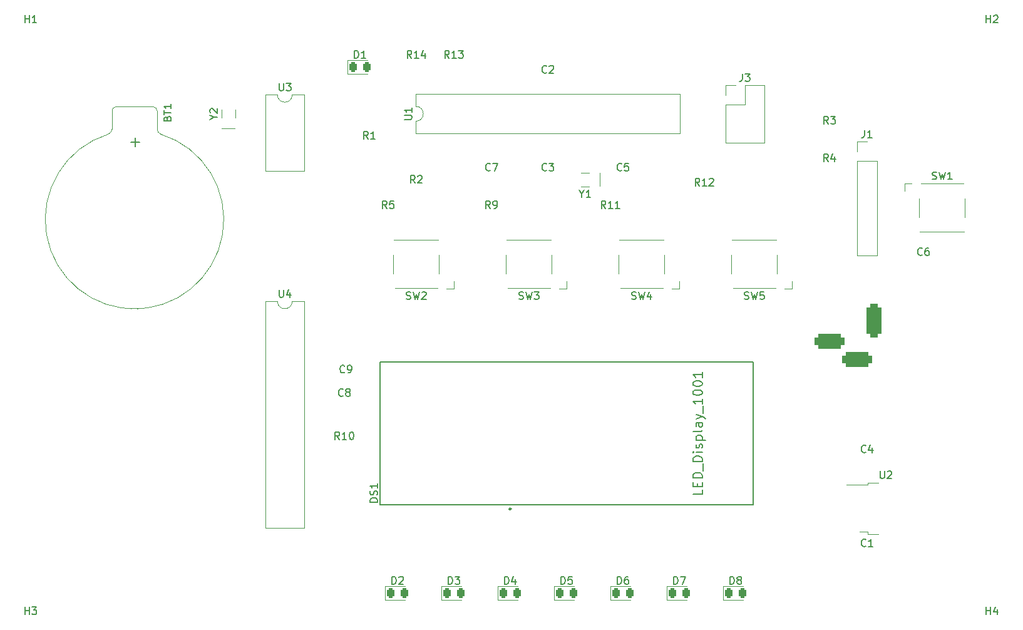
<source format=gbr>
%TF.GenerationSoftware,KiCad,Pcbnew,6.0.6-3a73a75311~116~ubuntu20.04.1*%
%TF.CreationDate,2022-07-18T01:41:21-04:00*%
%TF.ProjectId,first_project,66697273-745f-4707-926f-6a6563742e6b,rev?*%
%TF.SameCoordinates,PX4c4b400PY8a48640*%
%TF.FileFunction,Legend,Top*%
%TF.FilePolarity,Positive*%
%FSLAX46Y46*%
G04 Gerber Fmt 4.6, Leading zero omitted, Abs format (unit mm)*
G04 Created by KiCad (PCBNEW 6.0.6-3a73a75311~116~ubuntu20.04.1) date 2022-07-18 01:41:21*
%MOMM*%
%LPD*%
G01*
G04 APERTURE LIST*
G04 Aperture macros list*
%AMRoundRect*
0 Rectangle with rounded corners*
0 $1 Rounding radius*
0 $2 $3 $4 $5 $6 $7 $8 $9 X,Y pos of 4 corners*
0 Add a 4 corners polygon primitive as box body*
4,1,4,$2,$3,$4,$5,$6,$7,$8,$9,$2,$3,0*
0 Add four circle primitives for the rounded corners*
1,1,$1+$1,$2,$3*
1,1,$1+$1,$4,$5*
1,1,$1+$1,$6,$7*
1,1,$1+$1,$8,$9*
0 Add four rect primitives between the rounded corners*
20,1,$1+$1,$2,$3,$4,$5,0*
20,1,$1+$1,$4,$5,$6,$7,0*
20,1,$1+$1,$6,$7,$8,$9,0*
20,1,$1+$1,$8,$9,$2,$3,0*%
G04 Aperture macros list end*
%ADD10C,0.150000*%
%ADD11C,0.120000*%
%ADD12C,0.250000*%
%ADD13R,1.000000X1.800000*%
%ADD14C,3.200000*%
%ADD15RoundRect,0.243750X-0.243750X-0.456250X0.243750X-0.456250X0.243750X0.456250X-0.243750X0.456250X0*%
%ADD16R,1.600000X1.600000*%
%ADD17O,1.600000X1.600000*%
%ADD18R,1.150000X1.400000*%
%ADD19R,1.600000X1.400000*%
%ADD20R,1.800000X1.000000*%
%ADD21R,1.700000X1.700000*%
%ADD22O,1.700000X1.700000*%
%ADD23R,3.000000X3.000000*%
%ADD24C,3.000000*%
%ADD25R,2.200000X1.200000*%
%ADD26R,6.400000X5.800000*%
%ADD27R,1.400000X1.400000*%
%ADD28C,1.400000*%
%ADD29RoundRect,0.500000X0.500000X-1.750000X0.500000X1.750000X-0.500000X1.750000X-0.500000X-1.750000X0*%
%ADD30RoundRect,0.500000X1.500000X0.500000X-1.500000X0.500000X-1.500000X-0.500000X1.500000X-0.500000X0*%
G04 APERTURE END LIST*
D10*
%TO.C,Y1*%
X79543809Y65603810D02*
X79543809Y65127620D01*
X79210476Y66127620D02*
X79543809Y65603810D01*
X79877142Y66127620D01*
X80734285Y65127620D02*
X80162857Y65127620D01*
X80448571Y65127620D02*
X80448571Y66127620D01*
X80353333Y65984762D01*
X80258095Y65889524D01*
X80162857Y65841905D01*
%TO.C,H4*%
X134238095Y8747620D02*
X134238095Y9747620D01*
X134238095Y9271429D02*
X134809523Y9271429D01*
X134809523Y8747620D02*
X134809523Y9747620D01*
X135714285Y9414286D02*
X135714285Y8747620D01*
X135476190Y9795239D02*
X135238095Y9080953D01*
X135857142Y9080953D01*
%TO.C,D7*%
X91981904Y12847620D02*
X91981904Y13847620D01*
X92220000Y13847620D01*
X92362857Y13800000D01*
X92458095Y13704762D01*
X92505714Y13609524D01*
X92553333Y13419048D01*
X92553333Y13276191D01*
X92505714Y13085715D01*
X92458095Y12990477D01*
X92362857Y12895239D01*
X92220000Y12847620D01*
X91981904Y12847620D01*
X92886666Y13847620D02*
X93553333Y13847620D01*
X93124761Y12847620D01*
%TO.C,D5*%
X76741904Y12847620D02*
X76741904Y13847620D01*
X76980000Y13847620D01*
X77122857Y13800000D01*
X77218095Y13704762D01*
X77265714Y13609524D01*
X77313333Y13419048D01*
X77313333Y13276191D01*
X77265714Y13085715D01*
X77218095Y12990477D01*
X77122857Y12895239D01*
X76980000Y12847620D01*
X76741904Y12847620D01*
X78218095Y13847620D02*
X77741904Y13847620D01*
X77694285Y13371429D01*
X77741904Y13419048D01*
X77837142Y13466667D01*
X78075238Y13466667D01*
X78170476Y13419048D01*
X78218095Y13371429D01*
X78265714Y13276191D01*
X78265714Y13038096D01*
X78218095Y12942858D01*
X78170476Y12895239D01*
X78075238Y12847620D01*
X77837142Y12847620D01*
X77741904Y12895239D01*
X77694285Y12942858D01*
%TO.C,U4*%
X38628095Y52632620D02*
X38628095Y51823096D01*
X38675714Y51727858D01*
X38723333Y51680239D01*
X38818571Y51632620D01*
X39009047Y51632620D01*
X39104285Y51680239D01*
X39151904Y51727858D01*
X39199523Y51823096D01*
X39199523Y52632620D01*
X40104285Y52299286D02*
X40104285Y51632620D01*
X39866190Y52680239D02*
X39628095Y51965953D01*
X40247142Y51965953D01*
%TO.C,C9*%
X47468333Y41517858D02*
X47420714Y41470239D01*
X47277857Y41422620D01*
X47182619Y41422620D01*
X47039761Y41470239D01*
X46944523Y41565477D01*
X46896904Y41660715D01*
X46849285Y41851191D01*
X46849285Y41994048D01*
X46896904Y42184524D01*
X46944523Y42279762D01*
X47039761Y42375000D01*
X47182619Y42422620D01*
X47277857Y42422620D01*
X47420714Y42375000D01*
X47468333Y42327381D01*
X47944523Y41422620D02*
X48135000Y41422620D01*
X48230238Y41470239D01*
X48277857Y41517858D01*
X48373095Y41660715D01*
X48420714Y41851191D01*
X48420714Y42232143D01*
X48373095Y42327381D01*
X48325476Y42375000D01*
X48230238Y42422620D01*
X48039761Y42422620D01*
X47944523Y42375000D01*
X47896904Y42327381D01*
X47849285Y42232143D01*
X47849285Y41994048D01*
X47896904Y41898810D01*
X47944523Y41851191D01*
X48039761Y41803572D01*
X48230238Y41803572D01*
X48325476Y41851191D01*
X48373095Y41898810D01*
X48420714Y41994048D01*
%TO.C,SW1*%
X126946666Y67615239D02*
X127089523Y67567620D01*
X127327619Y67567620D01*
X127422857Y67615239D01*
X127470476Y67662858D01*
X127518095Y67758096D01*
X127518095Y67853334D01*
X127470476Y67948572D01*
X127422857Y67996191D01*
X127327619Y68043810D01*
X127137142Y68091429D01*
X127041904Y68139048D01*
X126994285Y68186667D01*
X126946666Y68281905D01*
X126946666Y68377143D01*
X126994285Y68472381D01*
X127041904Y68520000D01*
X127137142Y68567620D01*
X127375238Y68567620D01*
X127518095Y68520000D01*
X127851428Y68567620D02*
X128089523Y67567620D01*
X128280000Y68281905D01*
X128470476Y67567620D01*
X128708571Y68567620D01*
X129613333Y67567620D02*
X129041904Y67567620D01*
X129327619Y67567620D02*
X129327619Y68567620D01*
X129232380Y68424762D01*
X129137142Y68329524D01*
X129041904Y68281905D01*
%TO.C,C2*%
X74773333Y82032858D02*
X74725714Y81985239D01*
X74582857Y81937620D01*
X74487619Y81937620D01*
X74344761Y81985239D01*
X74249523Y82080477D01*
X74201904Y82175715D01*
X74154285Y82366191D01*
X74154285Y82509048D01*
X74201904Y82699524D01*
X74249523Y82794762D01*
X74344761Y82890000D01*
X74487619Y82937620D01*
X74582857Y82937620D01*
X74725714Y82890000D01*
X74773333Y82842381D01*
X75154285Y82842381D02*
X75201904Y82890000D01*
X75297142Y82937620D01*
X75535238Y82937620D01*
X75630476Y82890000D01*
X75678095Y82842381D01*
X75725714Y82747143D01*
X75725714Y82651905D01*
X75678095Y82509048D01*
X75106666Y81937620D01*
X75725714Y81937620D01*
%TO.C,D8*%
X99601904Y12847620D02*
X99601904Y13847620D01*
X99840000Y13847620D01*
X99982857Y13800000D01*
X100078095Y13704762D01*
X100125714Y13609524D01*
X100173333Y13419048D01*
X100173333Y13276191D01*
X100125714Y13085715D01*
X100078095Y12990477D01*
X99982857Y12895239D01*
X99840000Y12847620D01*
X99601904Y12847620D01*
X100744761Y13419048D02*
X100649523Y13466667D01*
X100601904Y13514286D01*
X100554285Y13609524D01*
X100554285Y13657143D01*
X100601904Y13752381D01*
X100649523Y13800000D01*
X100744761Y13847620D01*
X100935238Y13847620D01*
X101030476Y13800000D01*
X101078095Y13752381D01*
X101125714Y13657143D01*
X101125714Y13609524D01*
X101078095Y13514286D01*
X101030476Y13466667D01*
X100935238Y13419048D01*
X100744761Y13419048D01*
X100649523Y13371429D01*
X100601904Y13323810D01*
X100554285Y13228572D01*
X100554285Y13038096D01*
X100601904Y12942858D01*
X100649523Y12895239D01*
X100744761Y12847620D01*
X100935238Y12847620D01*
X101030476Y12895239D01*
X101078095Y12942858D01*
X101125714Y13038096D01*
X101125714Y13228572D01*
X101078095Y13323810D01*
X101030476Y13371429D01*
X100935238Y13419048D01*
%TO.C,SW2*%
X55826666Y51395239D02*
X55969523Y51347620D01*
X56207619Y51347620D01*
X56302857Y51395239D01*
X56350476Y51442858D01*
X56398095Y51538096D01*
X56398095Y51633334D01*
X56350476Y51728572D01*
X56302857Y51776191D01*
X56207619Y51823810D01*
X56017142Y51871429D01*
X55921904Y51919048D01*
X55874285Y51966667D01*
X55826666Y52061905D01*
X55826666Y52157143D01*
X55874285Y52252381D01*
X55921904Y52300000D01*
X56017142Y52347620D01*
X56255238Y52347620D01*
X56398095Y52300000D01*
X56731428Y52347620D02*
X56969523Y51347620D01*
X57160000Y52061905D01*
X57350476Y51347620D01*
X57588571Y52347620D01*
X57921904Y52252381D02*
X57969523Y52300000D01*
X58064761Y52347620D01*
X58302857Y52347620D01*
X58398095Y52300000D01*
X58445714Y52252381D01*
X58493333Y52157143D01*
X58493333Y52061905D01*
X58445714Y51919048D01*
X57874285Y51347620D01*
X58493333Y51347620D01*
%TO.C,D2*%
X53881904Y12847620D02*
X53881904Y13847620D01*
X54120000Y13847620D01*
X54262857Y13800000D01*
X54358095Y13704762D01*
X54405714Y13609524D01*
X54453333Y13419048D01*
X54453333Y13276191D01*
X54405714Y13085715D01*
X54358095Y12990477D01*
X54262857Y12895239D01*
X54120000Y12847620D01*
X53881904Y12847620D01*
X54834285Y13752381D02*
X54881904Y13800000D01*
X54977142Y13847620D01*
X55215238Y13847620D01*
X55310476Y13800000D01*
X55358095Y13752381D01*
X55405714Y13657143D01*
X55405714Y13561905D01*
X55358095Y13419048D01*
X54786666Y12847620D01*
X55405714Y12847620D01*
%TO.C,SW3*%
X71066666Y51395239D02*
X71209523Y51347620D01*
X71447619Y51347620D01*
X71542857Y51395239D01*
X71590476Y51442858D01*
X71638095Y51538096D01*
X71638095Y51633334D01*
X71590476Y51728572D01*
X71542857Y51776191D01*
X71447619Y51823810D01*
X71257142Y51871429D01*
X71161904Y51919048D01*
X71114285Y51966667D01*
X71066666Y52061905D01*
X71066666Y52157143D01*
X71114285Y52252381D01*
X71161904Y52300000D01*
X71257142Y52347620D01*
X71495238Y52347620D01*
X71638095Y52300000D01*
X71971428Y52347620D02*
X72209523Y51347620D01*
X72400000Y52061905D01*
X72590476Y51347620D01*
X72828571Y52347620D01*
X73114285Y52347620D02*
X73733333Y52347620D01*
X73400000Y51966667D01*
X73542857Y51966667D01*
X73638095Y51919048D01*
X73685714Y51871429D01*
X73733333Y51776191D01*
X73733333Y51538096D01*
X73685714Y51442858D01*
X73638095Y51395239D01*
X73542857Y51347620D01*
X73257142Y51347620D01*
X73161904Y51395239D01*
X73114285Y51442858D01*
%TO.C,D3*%
X61501904Y12847620D02*
X61501904Y13847620D01*
X61740000Y13847620D01*
X61882857Y13800000D01*
X61978095Y13704762D01*
X62025714Y13609524D01*
X62073333Y13419048D01*
X62073333Y13276191D01*
X62025714Y13085715D01*
X61978095Y12990477D01*
X61882857Y12895239D01*
X61740000Y12847620D01*
X61501904Y12847620D01*
X62406666Y13847620D02*
X63025714Y13847620D01*
X62692380Y13466667D01*
X62835238Y13466667D01*
X62930476Y13419048D01*
X62978095Y13371429D01*
X63025714Y13276191D01*
X63025714Y13038096D01*
X62978095Y12942858D01*
X62930476Y12895239D01*
X62835238Y12847620D01*
X62549523Y12847620D01*
X62454285Y12895239D01*
X62406666Y12942858D01*
%TO.C,C4*%
X117953333Y30722858D02*
X117905714Y30675239D01*
X117762857Y30627620D01*
X117667619Y30627620D01*
X117524761Y30675239D01*
X117429523Y30770477D01*
X117381904Y30865715D01*
X117334285Y31056191D01*
X117334285Y31199048D01*
X117381904Y31389524D01*
X117429523Y31484762D01*
X117524761Y31580000D01*
X117667619Y31627620D01*
X117762857Y31627620D01*
X117905714Y31580000D01*
X117953333Y31532381D01*
X118810476Y31294286D02*
X118810476Y30627620D01*
X118572380Y31675239D02*
X118334285Y30960953D01*
X118953333Y30960953D01*
%TO.C,R2*%
X56993333Y67077620D02*
X56660000Y67553810D01*
X56421904Y67077620D02*
X56421904Y68077620D01*
X56802857Y68077620D01*
X56898095Y68030000D01*
X56945714Y67982381D01*
X56993333Y67887143D01*
X56993333Y67744286D01*
X56945714Y67649048D01*
X56898095Y67601429D01*
X56802857Y67553810D01*
X56421904Y67553810D01*
X57374285Y67982381D02*
X57421904Y68030000D01*
X57517142Y68077620D01*
X57755238Y68077620D01*
X57850476Y68030000D01*
X57898095Y67982381D01*
X57945714Y67887143D01*
X57945714Y67791905D01*
X57898095Y67649048D01*
X57326666Y67077620D01*
X57945714Y67077620D01*
%TO.C,Y2*%
X29786190Y75943810D02*
X30262380Y75943810D01*
X29262380Y75610477D02*
X29786190Y75943810D01*
X29262380Y76277143D01*
X29357619Y76562858D02*
X29310000Y76610477D01*
X29262380Y76705715D01*
X29262380Y76943810D01*
X29310000Y77039048D01*
X29357619Y77086667D01*
X29452857Y77134286D01*
X29548095Y77134286D01*
X29690952Y77086667D01*
X30262380Y76515239D01*
X30262380Y77134286D01*
%TO.C,R3*%
X112873333Y75077620D02*
X112540000Y75553810D01*
X112301904Y75077620D02*
X112301904Y76077620D01*
X112682857Y76077620D01*
X112778095Y76030000D01*
X112825714Y75982381D01*
X112873333Y75887143D01*
X112873333Y75744286D01*
X112825714Y75649048D01*
X112778095Y75601429D01*
X112682857Y75553810D01*
X112301904Y75553810D01*
X113206666Y76077620D02*
X113825714Y76077620D01*
X113492380Y75696667D01*
X113635238Y75696667D01*
X113730476Y75649048D01*
X113778095Y75601429D01*
X113825714Y75506191D01*
X113825714Y75268096D01*
X113778095Y75172858D01*
X113730476Y75125239D01*
X113635238Y75077620D01*
X113349523Y75077620D01*
X113254285Y75125239D01*
X113206666Y75172858D01*
%TO.C,J1*%
X117786666Y74217620D02*
X117786666Y73503334D01*
X117739047Y73360477D01*
X117643809Y73265239D01*
X117500952Y73217620D01*
X117405714Y73217620D01*
X118786666Y73217620D02*
X118215238Y73217620D01*
X118500952Y73217620D02*
X118500952Y74217620D01*
X118405714Y74074762D01*
X118310476Y73979524D01*
X118215238Y73931905D01*
%TO.C,C5*%
X84933333Y68822858D02*
X84885714Y68775239D01*
X84742857Y68727620D01*
X84647619Y68727620D01*
X84504761Y68775239D01*
X84409523Y68870477D01*
X84361904Y68965715D01*
X84314285Y69156191D01*
X84314285Y69299048D01*
X84361904Y69489524D01*
X84409523Y69584762D01*
X84504761Y69680000D01*
X84647619Y69727620D01*
X84742857Y69727620D01*
X84885714Y69680000D01*
X84933333Y69632381D01*
X85838095Y69727620D02*
X85361904Y69727620D01*
X85314285Y69251429D01*
X85361904Y69299048D01*
X85457142Y69346667D01*
X85695238Y69346667D01*
X85790476Y69299048D01*
X85838095Y69251429D01*
X85885714Y69156191D01*
X85885714Y68918096D01*
X85838095Y68822858D01*
X85790476Y68775239D01*
X85695238Y68727620D01*
X85457142Y68727620D01*
X85361904Y68775239D01*
X85314285Y68822858D01*
%TO.C,R4*%
X112873333Y69997620D02*
X112540000Y70473810D01*
X112301904Y69997620D02*
X112301904Y70997620D01*
X112682857Y70997620D01*
X112778095Y70950000D01*
X112825714Y70902381D01*
X112873333Y70807143D01*
X112873333Y70664286D01*
X112825714Y70569048D01*
X112778095Y70521429D01*
X112682857Y70473810D01*
X112301904Y70473810D01*
X113730476Y70664286D02*
X113730476Y69997620D01*
X113492380Y71045239D02*
X113254285Y70330953D01*
X113873333Y70330953D01*
%TO.C,U3*%
X38628095Y80557620D02*
X38628095Y79748096D01*
X38675714Y79652858D01*
X38723333Y79605239D01*
X38818571Y79557620D01*
X39009047Y79557620D01*
X39104285Y79605239D01*
X39151904Y79652858D01*
X39199523Y79748096D01*
X39199523Y80557620D01*
X39580476Y80557620D02*
X40199523Y80557620D01*
X39866190Y80176667D01*
X40009047Y80176667D01*
X40104285Y80129048D01*
X40151904Y80081429D01*
X40199523Y79986191D01*
X40199523Y79748096D01*
X40151904Y79652858D01*
X40104285Y79605239D01*
X40009047Y79557620D01*
X39723333Y79557620D01*
X39628095Y79605239D01*
X39580476Y79652858D01*
%TO.C,C1*%
X117953333Y18022858D02*
X117905714Y17975239D01*
X117762857Y17927620D01*
X117667619Y17927620D01*
X117524761Y17975239D01*
X117429523Y18070477D01*
X117381904Y18165715D01*
X117334285Y18356191D01*
X117334285Y18499048D01*
X117381904Y18689524D01*
X117429523Y18784762D01*
X117524761Y18880000D01*
X117667619Y18927620D01*
X117762857Y18927620D01*
X117905714Y18880000D01*
X117953333Y18832381D01*
X118905714Y17927620D02*
X118334285Y17927620D01*
X118620000Y17927620D02*
X118620000Y18927620D01*
X118524761Y18784762D01*
X118429523Y18689524D01*
X118334285Y18641905D01*
%TO.C,C6*%
X125573333Y57392858D02*
X125525714Y57345239D01*
X125382857Y57297620D01*
X125287619Y57297620D01*
X125144761Y57345239D01*
X125049523Y57440477D01*
X125001904Y57535715D01*
X124954285Y57726191D01*
X124954285Y57869048D01*
X125001904Y58059524D01*
X125049523Y58154762D01*
X125144761Y58250000D01*
X125287619Y58297620D01*
X125382857Y58297620D01*
X125525714Y58250000D01*
X125573333Y58202381D01*
X126430476Y58297620D02*
X126240000Y58297620D01*
X126144761Y58250000D01*
X126097142Y58202381D01*
X126001904Y58059524D01*
X125954285Y57869048D01*
X125954285Y57488096D01*
X126001904Y57392858D01*
X126049523Y57345239D01*
X126144761Y57297620D01*
X126335238Y57297620D01*
X126430476Y57345239D01*
X126478095Y57392858D01*
X126525714Y57488096D01*
X126525714Y57726191D01*
X126478095Y57821429D01*
X126430476Y57869048D01*
X126335238Y57916667D01*
X126144761Y57916667D01*
X126049523Y57869048D01*
X126001904Y57821429D01*
X125954285Y57726191D01*
%TO.C,D1*%
X48801904Y83967620D02*
X48801904Y84967620D01*
X49040000Y84967620D01*
X49182857Y84920000D01*
X49278095Y84824762D01*
X49325714Y84729524D01*
X49373333Y84539048D01*
X49373333Y84396191D01*
X49325714Y84205715D01*
X49278095Y84110477D01*
X49182857Y84015239D01*
X49040000Y83967620D01*
X48801904Y83967620D01*
X50325714Y83967620D02*
X49754285Y83967620D01*
X50040000Y83967620D02*
X50040000Y84967620D01*
X49944761Y84824762D01*
X49849523Y84729524D01*
X49754285Y84681905D01*
%TO.C,C7*%
X67153333Y68822858D02*
X67105714Y68775239D01*
X66962857Y68727620D01*
X66867619Y68727620D01*
X66724761Y68775239D01*
X66629523Y68870477D01*
X66581904Y68965715D01*
X66534285Y69156191D01*
X66534285Y69299048D01*
X66581904Y69489524D01*
X66629523Y69584762D01*
X66724761Y69680000D01*
X66867619Y69727620D01*
X66962857Y69727620D01*
X67105714Y69680000D01*
X67153333Y69632381D01*
X67486666Y69727620D02*
X68153333Y69727620D01*
X67724761Y68727620D01*
%TO.C,H2*%
X134238095Y88747620D02*
X134238095Y89747620D01*
X134238095Y89271429D02*
X134809523Y89271429D01*
X134809523Y88747620D02*
X134809523Y89747620D01*
X135238095Y89652381D02*
X135285714Y89700000D01*
X135380952Y89747620D01*
X135619047Y89747620D01*
X135714285Y89700000D01*
X135761904Y89652381D01*
X135809523Y89557143D01*
X135809523Y89461905D01*
X135761904Y89319048D01*
X135190476Y88747620D01*
X135809523Y88747620D01*
%TO.C,BT1*%
X23488555Y75797972D02*
X23536174Y75940829D01*
X23583793Y75988448D01*
X23679031Y76036067D01*
X23821888Y76036067D01*
X23917126Y75988448D01*
X23964745Y75940829D01*
X24012364Y75845591D01*
X24012364Y75464639D01*
X23012364Y75464639D01*
X23012364Y75797972D01*
X23059984Y75893210D01*
X23107603Y75940829D01*
X23202841Y75988448D01*
X23298079Y75988448D01*
X23393317Y75940829D01*
X23440936Y75893210D01*
X23488555Y75797972D01*
X23488555Y75464639D01*
X23012364Y76321782D02*
X23012364Y76893210D01*
X24012364Y76607496D02*
X23012364Y76607496D01*
X24012364Y77750353D02*
X24012364Y77178925D01*
X24012364Y77464639D02*
X23012364Y77464639D01*
X23155222Y77369401D01*
X23250460Y77274163D01*
X23298079Y77178925D01*
X19167126Y72012258D02*
X19167126Y73155115D01*
X19738555Y72583686D02*
X18595698Y72583686D01*
%TO.C,R1*%
X50643333Y73047620D02*
X50310000Y73523810D01*
X50071904Y73047620D02*
X50071904Y74047620D01*
X50452857Y74047620D01*
X50548095Y74000000D01*
X50595714Y73952381D01*
X50643333Y73857143D01*
X50643333Y73714286D01*
X50595714Y73619048D01*
X50548095Y73571429D01*
X50452857Y73523810D01*
X50071904Y73523810D01*
X51595714Y73047620D02*
X51024285Y73047620D01*
X51310000Y73047620D02*
X51310000Y74047620D01*
X51214761Y73904762D01*
X51119523Y73809524D01*
X51024285Y73761905D01*
%TO.C,H3*%
X4238095Y8747620D02*
X4238095Y9747620D01*
X4238095Y9271429D02*
X4809523Y9271429D01*
X4809523Y8747620D02*
X4809523Y9747620D01*
X5190476Y9747620D02*
X5809523Y9747620D01*
X5476190Y9366667D01*
X5619047Y9366667D01*
X5714285Y9319048D01*
X5761904Y9271429D01*
X5809523Y9176191D01*
X5809523Y8938096D01*
X5761904Y8842858D01*
X5714285Y8795239D01*
X5619047Y8747620D01*
X5333333Y8747620D01*
X5238095Y8795239D01*
X5190476Y8842858D01*
%TO.C,SW4*%
X86306666Y51395239D02*
X86449523Y51347620D01*
X86687619Y51347620D01*
X86782857Y51395239D01*
X86830476Y51442858D01*
X86878095Y51538096D01*
X86878095Y51633334D01*
X86830476Y51728572D01*
X86782857Y51776191D01*
X86687619Y51823810D01*
X86497142Y51871429D01*
X86401904Y51919048D01*
X86354285Y51966667D01*
X86306666Y52061905D01*
X86306666Y52157143D01*
X86354285Y52252381D01*
X86401904Y52300000D01*
X86497142Y52347620D01*
X86735238Y52347620D01*
X86878095Y52300000D01*
X87211428Y52347620D02*
X87449523Y51347620D01*
X87640000Y52061905D01*
X87830476Y51347620D01*
X88068571Y52347620D01*
X88878095Y52014286D02*
X88878095Y51347620D01*
X88640000Y52395239D02*
X88401904Y51680953D01*
X89020952Y51680953D01*
%TO.C,C8*%
X47253333Y38342858D02*
X47205714Y38295239D01*
X47062857Y38247620D01*
X46967619Y38247620D01*
X46824761Y38295239D01*
X46729523Y38390477D01*
X46681904Y38485715D01*
X46634285Y38676191D01*
X46634285Y38819048D01*
X46681904Y39009524D01*
X46729523Y39104762D01*
X46824761Y39200000D01*
X46967619Y39247620D01*
X47062857Y39247620D01*
X47205714Y39200000D01*
X47253333Y39152381D01*
X47824761Y38819048D02*
X47729523Y38866667D01*
X47681904Y38914286D01*
X47634285Y39009524D01*
X47634285Y39057143D01*
X47681904Y39152381D01*
X47729523Y39200000D01*
X47824761Y39247620D01*
X48015238Y39247620D01*
X48110476Y39200000D01*
X48158095Y39152381D01*
X48205714Y39057143D01*
X48205714Y39009524D01*
X48158095Y38914286D01*
X48110476Y38866667D01*
X48015238Y38819048D01*
X47824761Y38819048D01*
X47729523Y38771429D01*
X47681904Y38723810D01*
X47634285Y38628572D01*
X47634285Y38438096D01*
X47681904Y38342858D01*
X47729523Y38295239D01*
X47824761Y38247620D01*
X48015238Y38247620D01*
X48110476Y38295239D01*
X48158095Y38342858D01*
X48205714Y38438096D01*
X48205714Y38628572D01*
X48158095Y38723810D01*
X48110476Y38771429D01*
X48015238Y38819048D01*
%TO.C,SW5*%
X101546666Y51395239D02*
X101689523Y51347620D01*
X101927619Y51347620D01*
X102022857Y51395239D01*
X102070476Y51442858D01*
X102118095Y51538096D01*
X102118095Y51633334D01*
X102070476Y51728572D01*
X102022857Y51776191D01*
X101927619Y51823810D01*
X101737142Y51871429D01*
X101641904Y51919048D01*
X101594285Y51966667D01*
X101546666Y52061905D01*
X101546666Y52157143D01*
X101594285Y52252381D01*
X101641904Y52300000D01*
X101737142Y52347620D01*
X101975238Y52347620D01*
X102118095Y52300000D01*
X102451428Y52347620D02*
X102689523Y51347620D01*
X102880000Y52061905D01*
X103070476Y51347620D01*
X103308571Y52347620D01*
X104165714Y52347620D02*
X103689523Y52347620D01*
X103641904Y51871429D01*
X103689523Y51919048D01*
X103784761Y51966667D01*
X104022857Y51966667D01*
X104118095Y51919048D01*
X104165714Y51871429D01*
X104213333Y51776191D01*
X104213333Y51538096D01*
X104165714Y51442858D01*
X104118095Y51395239D01*
X104022857Y51347620D01*
X103784761Y51347620D01*
X103689523Y51395239D01*
X103641904Y51442858D01*
%TO.C,R10*%
X46777142Y32407620D02*
X46443809Y32883810D01*
X46205714Y32407620D02*
X46205714Y33407620D01*
X46586666Y33407620D01*
X46681904Y33360000D01*
X46729523Y33312381D01*
X46777142Y33217143D01*
X46777142Y33074286D01*
X46729523Y32979048D01*
X46681904Y32931429D01*
X46586666Y32883810D01*
X46205714Y32883810D01*
X47729523Y32407620D02*
X47158095Y32407620D01*
X47443809Y32407620D02*
X47443809Y33407620D01*
X47348571Y33264762D01*
X47253333Y33169524D01*
X47158095Y33121905D01*
X48348571Y33407620D02*
X48443809Y33407620D01*
X48539047Y33360000D01*
X48586666Y33312381D01*
X48634285Y33217143D01*
X48681904Y33026667D01*
X48681904Y32788572D01*
X48634285Y32598096D01*
X48586666Y32502858D01*
X48539047Y32455239D01*
X48443809Y32407620D01*
X48348571Y32407620D01*
X48253333Y32455239D01*
X48205714Y32502858D01*
X48158095Y32598096D01*
X48110476Y32788572D01*
X48110476Y33026667D01*
X48158095Y33217143D01*
X48205714Y33312381D01*
X48253333Y33360000D01*
X48348571Y33407620D01*
%TO.C,H1*%
X4238095Y88747620D02*
X4238095Y89747620D01*
X4238095Y89271429D02*
X4809523Y89271429D01*
X4809523Y88747620D02*
X4809523Y89747620D01*
X5809523Y88747620D02*
X5238095Y88747620D01*
X5523809Y88747620D02*
X5523809Y89747620D01*
X5428571Y89604762D01*
X5333333Y89509524D01*
X5238095Y89461905D01*
%TO.C,R13*%
X61597142Y83967620D02*
X61263809Y84443810D01*
X61025714Y83967620D02*
X61025714Y84967620D01*
X61406666Y84967620D01*
X61501904Y84920000D01*
X61549523Y84872381D01*
X61597142Y84777143D01*
X61597142Y84634286D01*
X61549523Y84539048D01*
X61501904Y84491429D01*
X61406666Y84443810D01*
X61025714Y84443810D01*
X62549523Y83967620D02*
X61978095Y83967620D01*
X62263809Y83967620D02*
X62263809Y84967620D01*
X62168571Y84824762D01*
X62073333Y84729524D01*
X61978095Y84681905D01*
X62882857Y84967620D02*
X63501904Y84967620D01*
X63168571Y84586667D01*
X63311428Y84586667D01*
X63406666Y84539048D01*
X63454285Y84491429D01*
X63501904Y84396191D01*
X63501904Y84158096D01*
X63454285Y84062858D01*
X63406666Y84015239D01*
X63311428Y83967620D01*
X63025714Y83967620D01*
X62930476Y84015239D01*
X62882857Y84062858D01*
%TO.C,R9*%
X67153333Y63647620D02*
X66820000Y64123810D01*
X66581904Y63647620D02*
X66581904Y64647620D01*
X66962857Y64647620D01*
X67058095Y64600000D01*
X67105714Y64552381D01*
X67153333Y64457143D01*
X67153333Y64314286D01*
X67105714Y64219048D01*
X67058095Y64171429D01*
X66962857Y64123810D01*
X66581904Y64123810D01*
X67629523Y63647620D02*
X67820000Y63647620D01*
X67915238Y63695239D01*
X67962857Y63742858D01*
X68058095Y63885715D01*
X68105714Y64076191D01*
X68105714Y64457143D01*
X68058095Y64552381D01*
X68010476Y64600000D01*
X67915238Y64647620D01*
X67724761Y64647620D01*
X67629523Y64600000D01*
X67581904Y64552381D01*
X67534285Y64457143D01*
X67534285Y64219048D01*
X67581904Y64123810D01*
X67629523Y64076191D01*
X67724761Y64028572D01*
X67915238Y64028572D01*
X68010476Y64076191D01*
X68058095Y64123810D01*
X68105714Y64219048D01*
%TO.C,C3*%
X74773333Y68822858D02*
X74725714Y68775239D01*
X74582857Y68727620D01*
X74487619Y68727620D01*
X74344761Y68775239D01*
X74249523Y68870477D01*
X74201904Y68965715D01*
X74154285Y69156191D01*
X74154285Y69299048D01*
X74201904Y69489524D01*
X74249523Y69584762D01*
X74344761Y69680000D01*
X74487619Y69727620D01*
X74582857Y69727620D01*
X74725714Y69680000D01*
X74773333Y69632381D01*
X75106666Y69727620D02*
X75725714Y69727620D01*
X75392380Y69346667D01*
X75535238Y69346667D01*
X75630476Y69299048D01*
X75678095Y69251429D01*
X75725714Y69156191D01*
X75725714Y68918096D01*
X75678095Y68822858D01*
X75630476Y68775239D01*
X75535238Y68727620D01*
X75249523Y68727620D01*
X75154285Y68775239D01*
X75106666Y68822858D01*
%TO.C,R12*%
X95467142Y66697620D02*
X95133809Y67173810D01*
X94895714Y66697620D02*
X94895714Y67697620D01*
X95276666Y67697620D01*
X95371904Y67650000D01*
X95419523Y67602381D01*
X95467142Y67507143D01*
X95467142Y67364286D01*
X95419523Y67269048D01*
X95371904Y67221429D01*
X95276666Y67173810D01*
X94895714Y67173810D01*
X96419523Y66697620D02*
X95848095Y66697620D01*
X96133809Y66697620D02*
X96133809Y67697620D01*
X96038571Y67554762D01*
X95943333Y67459524D01*
X95848095Y67411905D01*
X96800476Y67602381D02*
X96848095Y67650000D01*
X96943333Y67697620D01*
X97181428Y67697620D01*
X97276666Y67650000D01*
X97324285Y67602381D01*
X97371904Y67507143D01*
X97371904Y67411905D01*
X97324285Y67269048D01*
X96752857Y66697620D01*
X97371904Y66697620D01*
%TO.C,U2*%
X119898095Y28127620D02*
X119898095Y27318096D01*
X119945714Y27222858D01*
X119993333Y27175239D01*
X120088571Y27127620D01*
X120279047Y27127620D01*
X120374285Y27175239D01*
X120421904Y27222858D01*
X120469523Y27318096D01*
X120469523Y28127620D01*
X120898095Y28032381D02*
X120945714Y28080000D01*
X121040952Y28127620D01*
X121279047Y28127620D01*
X121374285Y28080000D01*
X121421904Y28032381D01*
X121469523Y27937143D01*
X121469523Y27841905D01*
X121421904Y27699048D01*
X120850476Y27127620D01*
X121469523Y27127620D01*
%TO.C,R5*%
X53183333Y63647620D02*
X52850000Y64123810D01*
X52611904Y63647620D02*
X52611904Y64647620D01*
X52992857Y64647620D01*
X53088095Y64600000D01*
X53135714Y64552381D01*
X53183333Y64457143D01*
X53183333Y64314286D01*
X53135714Y64219048D01*
X53088095Y64171429D01*
X52992857Y64123810D01*
X52611904Y64123810D01*
X54088095Y64647620D02*
X53611904Y64647620D01*
X53564285Y64171429D01*
X53611904Y64219048D01*
X53707142Y64266667D01*
X53945238Y64266667D01*
X54040476Y64219048D01*
X54088095Y64171429D01*
X54135714Y64076191D01*
X54135714Y63838096D01*
X54088095Y63742858D01*
X54040476Y63695239D01*
X53945238Y63647620D01*
X53707142Y63647620D01*
X53611904Y63695239D01*
X53564285Y63742858D01*
%TO.C,DS1*%
X51907380Y23950596D02*
X50907380Y23950596D01*
X50907380Y24188691D01*
X50955000Y24331548D01*
X51050238Y24426786D01*
X51145476Y24474405D01*
X51335952Y24522024D01*
X51478809Y24522024D01*
X51669285Y24474405D01*
X51764523Y24426786D01*
X51859761Y24331548D01*
X51907380Y24188691D01*
X51907380Y23950596D01*
X51859761Y24902977D02*
X51907380Y25045834D01*
X51907380Y25283929D01*
X51859761Y25379167D01*
X51812142Y25426786D01*
X51716904Y25474405D01*
X51621666Y25474405D01*
X51526428Y25426786D01*
X51478809Y25379167D01*
X51431190Y25283929D01*
X51383571Y25093453D01*
X51335952Y24998215D01*
X51288333Y24950596D01*
X51193095Y24902977D01*
X51097857Y24902977D01*
X51002619Y24950596D01*
X50955000Y24998215D01*
X50907380Y25093453D01*
X50907380Y25331548D01*
X50955000Y25474405D01*
X51907380Y26426786D02*
X51907380Y25855358D01*
X51907380Y26141072D02*
X50907380Y26141072D01*
X51050238Y26045834D01*
X51145476Y25950596D01*
X51193095Y25855358D01*
X95834523Y25620000D02*
X95834523Y25015239D01*
X94564523Y25015239D01*
X95169285Y26043334D02*
X95169285Y26466667D01*
X95834523Y26648096D02*
X95834523Y26043334D01*
X94564523Y26043334D01*
X94564523Y26648096D01*
X95834523Y27192381D02*
X94564523Y27192381D01*
X94564523Y27494762D01*
X94625000Y27676191D01*
X94745952Y27797143D01*
X94866904Y27857620D01*
X95108809Y27918096D01*
X95290238Y27918096D01*
X95532142Y27857620D01*
X95653095Y27797143D01*
X95774047Y27676191D01*
X95834523Y27494762D01*
X95834523Y27192381D01*
X95955476Y28160000D02*
X95955476Y29127620D01*
X95834523Y29430000D02*
X94564523Y29430000D01*
X94564523Y29732381D01*
X94625000Y29913810D01*
X94745952Y30034762D01*
X94866904Y30095239D01*
X95108809Y30155715D01*
X95290238Y30155715D01*
X95532142Y30095239D01*
X95653095Y30034762D01*
X95774047Y29913810D01*
X95834523Y29732381D01*
X95834523Y29430000D01*
X95834523Y30700000D02*
X94987857Y30700000D01*
X94564523Y30700000D02*
X94625000Y30639524D01*
X94685476Y30700000D01*
X94625000Y30760477D01*
X94564523Y30700000D01*
X94685476Y30700000D01*
X95774047Y31244286D02*
X95834523Y31365239D01*
X95834523Y31607143D01*
X95774047Y31728096D01*
X95653095Y31788572D01*
X95592619Y31788572D01*
X95471666Y31728096D01*
X95411190Y31607143D01*
X95411190Y31425715D01*
X95350714Y31304762D01*
X95229761Y31244286D01*
X95169285Y31244286D01*
X95048333Y31304762D01*
X94987857Y31425715D01*
X94987857Y31607143D01*
X95048333Y31728096D01*
X94987857Y32332858D02*
X96257857Y32332858D01*
X95048333Y32332858D02*
X94987857Y32453810D01*
X94987857Y32695715D01*
X95048333Y32816667D01*
X95108809Y32877143D01*
X95229761Y32937620D01*
X95592619Y32937620D01*
X95713571Y32877143D01*
X95774047Y32816667D01*
X95834523Y32695715D01*
X95834523Y32453810D01*
X95774047Y32332858D01*
X95834523Y33663334D02*
X95774047Y33542381D01*
X95653095Y33481905D01*
X94564523Y33481905D01*
X95834523Y34691429D02*
X95169285Y34691429D01*
X95048333Y34630953D01*
X94987857Y34510000D01*
X94987857Y34268096D01*
X95048333Y34147143D01*
X95774047Y34691429D02*
X95834523Y34570477D01*
X95834523Y34268096D01*
X95774047Y34147143D01*
X95653095Y34086667D01*
X95532142Y34086667D01*
X95411190Y34147143D01*
X95350714Y34268096D01*
X95350714Y34570477D01*
X95290238Y34691429D01*
X94987857Y35175239D02*
X95834523Y35477620D01*
X94987857Y35780000D02*
X95834523Y35477620D01*
X96136904Y35356667D01*
X96197380Y35296191D01*
X96257857Y35175239D01*
X95955476Y35961429D02*
X95955476Y36929048D01*
X95834523Y37896667D02*
X95834523Y37170953D01*
X95834523Y37533810D02*
X94564523Y37533810D01*
X94745952Y37412858D01*
X94866904Y37291905D01*
X94927380Y37170953D01*
X94564523Y38682858D02*
X94564523Y38803810D01*
X94625000Y38924762D01*
X94685476Y38985239D01*
X94806428Y39045715D01*
X95048333Y39106191D01*
X95350714Y39106191D01*
X95592619Y39045715D01*
X95713571Y38985239D01*
X95774047Y38924762D01*
X95834523Y38803810D01*
X95834523Y38682858D01*
X95774047Y38561905D01*
X95713571Y38501429D01*
X95592619Y38440953D01*
X95350714Y38380477D01*
X95048333Y38380477D01*
X94806428Y38440953D01*
X94685476Y38501429D01*
X94625000Y38561905D01*
X94564523Y38682858D01*
X94564523Y39892381D02*
X94564523Y40013334D01*
X94625000Y40134286D01*
X94685476Y40194762D01*
X94806428Y40255239D01*
X95048333Y40315715D01*
X95350714Y40315715D01*
X95592619Y40255239D01*
X95713571Y40194762D01*
X95774047Y40134286D01*
X95834523Y40013334D01*
X95834523Y39892381D01*
X95774047Y39771429D01*
X95713571Y39710953D01*
X95592619Y39650477D01*
X95350714Y39590000D01*
X95048333Y39590000D01*
X94806428Y39650477D01*
X94685476Y39710953D01*
X94625000Y39771429D01*
X94564523Y39892381D01*
X95834523Y41525239D02*
X95834523Y40799524D01*
X95834523Y41162381D02*
X94564523Y41162381D01*
X94745952Y41041429D01*
X94866904Y40920477D01*
X94927380Y40799524D01*
%TO.C,J3*%
X101276666Y81837620D02*
X101276666Y81123334D01*
X101229047Y80980477D01*
X101133809Y80885239D01*
X100990952Y80837620D01*
X100895714Y80837620D01*
X101657619Y81837620D02*
X102276666Y81837620D01*
X101943333Y81456667D01*
X102086190Y81456667D01*
X102181428Y81409048D01*
X102229047Y81361429D01*
X102276666Y81266191D01*
X102276666Y81028096D01*
X102229047Y80932858D01*
X102181428Y80885239D01*
X102086190Y80837620D01*
X101800476Y80837620D01*
X101705238Y80885239D01*
X101657619Y80932858D01*
%TO.C,R14*%
X56517142Y83967620D02*
X56183809Y84443810D01*
X55945714Y83967620D02*
X55945714Y84967620D01*
X56326666Y84967620D01*
X56421904Y84920000D01*
X56469523Y84872381D01*
X56517142Y84777143D01*
X56517142Y84634286D01*
X56469523Y84539048D01*
X56421904Y84491429D01*
X56326666Y84443810D01*
X55945714Y84443810D01*
X57469523Y83967620D02*
X56898095Y83967620D01*
X57183809Y83967620D02*
X57183809Y84967620D01*
X57088571Y84824762D01*
X56993333Y84729524D01*
X56898095Y84681905D01*
X58326666Y84634286D02*
X58326666Y83967620D01*
X58088571Y85015239D02*
X57850476Y84300953D01*
X58469523Y84300953D01*
%TO.C,R11*%
X82767142Y63647620D02*
X82433809Y64123810D01*
X82195714Y63647620D02*
X82195714Y64647620D01*
X82576666Y64647620D01*
X82671904Y64600000D01*
X82719523Y64552381D01*
X82767142Y64457143D01*
X82767142Y64314286D01*
X82719523Y64219048D01*
X82671904Y64171429D01*
X82576666Y64123810D01*
X82195714Y64123810D01*
X83719523Y63647620D02*
X83148095Y63647620D01*
X83433809Y63647620D02*
X83433809Y64647620D01*
X83338571Y64504762D01*
X83243333Y64409524D01*
X83148095Y64361905D01*
X84671904Y63647620D02*
X84100476Y63647620D01*
X84386190Y63647620D02*
X84386190Y64647620D01*
X84290952Y64504762D01*
X84195714Y64409524D01*
X84100476Y64361905D01*
%TO.C,D6*%
X84361904Y12847620D02*
X84361904Y13847620D01*
X84600000Y13847620D01*
X84742857Y13800000D01*
X84838095Y13704762D01*
X84885714Y13609524D01*
X84933333Y13419048D01*
X84933333Y13276191D01*
X84885714Y13085715D01*
X84838095Y12990477D01*
X84742857Y12895239D01*
X84600000Y12847620D01*
X84361904Y12847620D01*
X85790476Y13847620D02*
X85600000Y13847620D01*
X85504761Y13800000D01*
X85457142Y13752381D01*
X85361904Y13609524D01*
X85314285Y13419048D01*
X85314285Y13038096D01*
X85361904Y12942858D01*
X85409523Y12895239D01*
X85504761Y12847620D01*
X85695238Y12847620D01*
X85790476Y12895239D01*
X85838095Y12942858D01*
X85885714Y13038096D01*
X85885714Y13276191D01*
X85838095Y13371429D01*
X85790476Y13419048D01*
X85695238Y13466667D01*
X85504761Y13466667D01*
X85409523Y13419048D01*
X85361904Y13371429D01*
X85314285Y13276191D01*
%TO.C,D4*%
X69121904Y12847620D02*
X69121904Y13847620D01*
X69360000Y13847620D01*
X69502857Y13800000D01*
X69598095Y13704762D01*
X69645714Y13609524D01*
X69693333Y13419048D01*
X69693333Y13276191D01*
X69645714Y13085715D01*
X69598095Y12990477D01*
X69502857Y12895239D01*
X69360000Y12847620D01*
X69121904Y12847620D01*
X70550476Y13514286D02*
X70550476Y12847620D01*
X70312380Y13895239D02*
X70074285Y13180953D01*
X70693333Y13180953D01*
%TO.C,U1*%
X55562380Y75668096D02*
X56371904Y75668096D01*
X56467142Y75715715D01*
X56514761Y75763334D01*
X56562380Y75858572D01*
X56562380Y76049048D01*
X56514761Y76144286D01*
X56467142Y76191905D01*
X56371904Y76239524D01*
X55562380Y76239524D01*
X56562380Y77239524D02*
X56562380Y76668096D01*
X56562380Y76953810D02*
X55562380Y76953810D01*
X55705238Y76858572D01*
X55800476Y76763334D01*
X55848095Y76668096D01*
D11*
%TO.C,Y1*%
X80570000Y66580000D02*
X79470000Y66580000D01*
X81970000Y66630000D02*
X81970000Y68430000D01*
X80570000Y68480000D02*
X79470000Y68480000D01*
%TO.C,D7*%
X91035000Y10690000D02*
X93720000Y10690000D01*
X91035000Y12610000D02*
X91035000Y10690000D01*
X93720000Y12610000D02*
X91035000Y12610000D01*
%TO.C,D5*%
X75795000Y10690000D02*
X78480000Y10690000D01*
X75795000Y12610000D02*
X75795000Y10690000D01*
X78480000Y12610000D02*
X75795000Y12610000D01*
%TO.C,U4*%
X42040000Y20485000D02*
X42040000Y51085000D01*
X36740000Y20485000D02*
X42040000Y20485000D01*
X42040000Y51085000D02*
X40390000Y51085000D01*
X38390000Y51085000D02*
X36740000Y51085000D01*
X36740000Y51085000D02*
X36740000Y20485000D01*
X38390000Y51085000D02*
G75*
G03*
X40390000Y51085000I1000000J0D01*
G01*
%TO.C,SW1*%
X125180000Y65020000D02*
X125180000Y62420000D01*
X123180000Y66020000D02*
X123180000Y67020000D01*
X131280000Y60470000D02*
X125280000Y60470000D01*
X123180000Y67020000D02*
X124180000Y67020000D01*
X131180000Y66970000D02*
X125380000Y66970000D01*
X131380000Y65020000D02*
X131380000Y62420000D01*
%TO.C,D8*%
X98655000Y10690000D02*
X101340000Y10690000D01*
X98655000Y12610000D02*
X98655000Y10690000D01*
X101340000Y12610000D02*
X98655000Y12610000D01*
%TO.C,SW2*%
X54060000Y54800000D02*
X54060000Y57400000D01*
X62260000Y52800000D02*
X61260000Y52800000D01*
X54160000Y59350000D02*
X60160000Y59350000D01*
X62260000Y53800000D02*
X62260000Y52800000D01*
X54260000Y52850000D02*
X60060000Y52850000D01*
X60260000Y54800000D02*
X60260000Y57400000D01*
%TO.C,D2*%
X52935000Y10690000D02*
X55620000Y10690000D01*
X55620000Y12610000D02*
X52935000Y12610000D01*
X52935000Y12610000D02*
X52935000Y10690000D01*
%TO.C,SW3*%
X77500000Y52800000D02*
X76500000Y52800000D01*
X69400000Y59350000D02*
X75400000Y59350000D01*
X75500000Y54800000D02*
X75500000Y57400000D01*
X77500000Y53800000D02*
X77500000Y52800000D01*
X69500000Y52850000D02*
X75300000Y52850000D01*
X69300000Y54800000D02*
X69300000Y57400000D01*
%TO.C,D3*%
X60555000Y12610000D02*
X60555000Y10690000D01*
X60555000Y10690000D02*
X63240000Y10690000D01*
X63240000Y12610000D02*
X60555000Y12610000D01*
%TO.C,Y2*%
X32710000Y75870000D02*
X32710000Y76970000D01*
X30860000Y74470000D02*
X32660000Y74470000D01*
X30810000Y75870000D02*
X30810000Y76970000D01*
%TO.C,J1*%
X116790000Y72670000D02*
X118120000Y72670000D01*
X116790000Y57310000D02*
X119450000Y57310000D01*
X116790000Y71340000D02*
X116790000Y72670000D01*
X119450000Y70070000D02*
X119450000Y57310000D01*
X116790000Y70070000D02*
X116790000Y57310000D01*
X116790000Y70070000D02*
X119450000Y70070000D01*
%TO.C,U3*%
X38390000Y79010000D02*
X36740000Y79010000D01*
X42040000Y79010000D02*
X40390000Y79010000D01*
X36740000Y79010000D02*
X36740000Y68730000D01*
X36740000Y68730000D02*
X42040000Y68730000D01*
X42040000Y68730000D02*
X42040000Y79010000D01*
X38390000Y79010000D02*
G75*
G03*
X40390000Y79010000I1000000J0D01*
G01*
%TO.C,D1*%
X47855000Y83730000D02*
X47855000Y81810000D01*
X50540000Y83730000D02*
X47855000Y83730000D01*
X47855000Y81810000D02*
X50540000Y81810000D01*
%TO.C,BT1*%
X16009984Y76833686D02*
X16009984Y74383686D01*
X22109984Y74383686D02*
X22109984Y76833686D01*
X21559984Y77383686D02*
X16559984Y77383686D01*
X22109984Y74383686D02*
G75*
G03*
X22603469Y73678917I750000J0D01*
G01*
X16559984Y77383686D02*
G75*
G03*
X16009984Y76833686I-1J-549999D01*
G01*
X15539984Y73683686D02*
G75*
G03*
X19575975Y50070243I3520000J-11550000D01*
G01*
X15516499Y73678917D02*
G75*
G03*
X16009984Y74383686I-256515J704769D01*
G01*
X22109984Y76833686D02*
G75*
G03*
X21559984Y77383686I-549999J1D01*
G01*
X18543993Y50070243D02*
G75*
G03*
X22579984Y73683686I515991J12063443D01*
G01*
%TO.C,SW4*%
X84740000Y52850000D02*
X90540000Y52850000D01*
X92740000Y53800000D02*
X92740000Y52800000D01*
X84540000Y54800000D02*
X84540000Y57400000D01*
X84640000Y59350000D02*
X90640000Y59350000D01*
X92740000Y52800000D02*
X91740000Y52800000D01*
X90740000Y54800000D02*
X90740000Y57400000D01*
%TO.C,SW5*%
X99780000Y54800000D02*
X99780000Y57400000D01*
X99880000Y59350000D02*
X105880000Y59350000D01*
X107980000Y53800000D02*
X107980000Y52800000D01*
X107980000Y52800000D02*
X106980000Y52800000D01*
X99980000Y52850000D02*
X105780000Y52850000D01*
X105980000Y54800000D02*
X105980000Y57400000D01*
%TO.C,U2*%
X118190000Y19900000D02*
X117090000Y19900000D01*
X119690000Y26530000D02*
X118190000Y26530000D01*
X118190000Y26260000D02*
X115360000Y26260000D01*
X118190000Y26530000D02*
X118190000Y26260000D01*
X118190000Y19630000D02*
X118190000Y19900000D01*
X119690000Y19630000D02*
X118190000Y19630000D01*
D10*
%TO.C,DS1*%
X52255000Y23615000D02*
X52255000Y42865000D01*
X102705000Y42865000D02*
X52255000Y42865000D01*
X102705000Y23615000D02*
X52255000Y23615000D01*
X102705000Y23615000D02*
X102705000Y42865000D01*
D12*
X69985000Y23015000D02*
G75*
G03*
X69985000Y23015000I-125000J0D01*
G01*
D11*
%TO.C,J3*%
X99010000Y78960000D02*
X99010000Y80290000D01*
X99010000Y72550000D02*
X104210000Y72550000D01*
X104210000Y80290000D02*
X104210000Y72550000D01*
X99010000Y77690000D02*
X101610000Y77690000D01*
X99010000Y77690000D02*
X99010000Y72550000D01*
X101610000Y80290000D02*
X104210000Y80290000D01*
X99010000Y80290000D02*
X100340000Y80290000D01*
X101610000Y77690000D02*
X101610000Y80290000D01*
%TO.C,D6*%
X83415000Y12610000D02*
X83415000Y10690000D01*
X83415000Y10690000D02*
X86100000Y10690000D01*
X86100000Y12610000D02*
X83415000Y12610000D01*
%TO.C,D4*%
X68175000Y12610000D02*
X68175000Y10690000D01*
X68175000Y10690000D02*
X70860000Y10690000D01*
X70860000Y12610000D02*
X68175000Y12610000D01*
%TO.C,U1*%
X92790000Y73780000D02*
X92790000Y79080000D01*
X57110000Y73780000D02*
X92790000Y73780000D01*
X57110000Y79080000D02*
X57110000Y77430000D01*
X57110000Y75430000D02*
X57110000Y73780000D01*
X92790000Y79080000D02*
X57110000Y79080000D01*
X57110000Y75430000D02*
G75*
G03*
X57110000Y77430000I0J1000000D01*
G01*
%TD*%
%LPC*%
D13*
%TO.C,Y1*%
X81270000Y67530000D03*
X78770000Y67530000D03*
%TD*%
D14*
%TO.C,H4*%
X135000000Y5000000D03*
%TD*%
D15*
%TO.C,D7*%
X91782500Y11650000D03*
X93657500Y11650000D03*
%TD*%
%TO.C,D5*%
X76542500Y11650000D03*
X78417500Y11650000D03*
%TD*%
D16*
%TO.C,U4*%
X35580000Y49755000D03*
D17*
X35580000Y47215000D03*
X35580000Y44675000D03*
X35580000Y42135000D03*
X35580000Y39595000D03*
X35580000Y37055000D03*
X35580000Y34515000D03*
X35580000Y31975000D03*
X35580000Y29435000D03*
X35580000Y26895000D03*
X35580000Y24355000D03*
X35580000Y21815000D03*
X43200000Y21815000D03*
X43200000Y24355000D03*
X43200000Y26895000D03*
X43200000Y29435000D03*
X43200000Y31975000D03*
X43200000Y34515000D03*
X43200000Y37055000D03*
X43200000Y39595000D03*
X43200000Y42135000D03*
X43200000Y44675000D03*
X43200000Y47215000D03*
X43200000Y49755000D03*
%TD*%
D18*
%TO.C,C9*%
X46785000Y40225000D03*
X48485000Y40225000D03*
%TD*%
D19*
%TO.C,SW1*%
X124280000Y65970000D03*
X132280000Y65970000D03*
X124280000Y61470000D03*
X132280000Y61470000D03*
%TD*%
D18*
%TO.C,C2*%
X75790000Y84040000D03*
X74090000Y84040000D03*
%TD*%
D15*
%TO.C,D8*%
X99402500Y11650000D03*
X101277500Y11650000D03*
%TD*%
D19*
%TO.C,SW2*%
X61160000Y53850000D03*
X53160000Y53850000D03*
X61160000Y58350000D03*
X53160000Y58350000D03*
%TD*%
D15*
%TO.C,D2*%
X53682500Y11650000D03*
X55557500Y11650000D03*
%TD*%
D19*
%TO.C,SW3*%
X76400000Y53850000D03*
X68400000Y53850000D03*
X76400000Y58350000D03*
X68400000Y58350000D03*
%TD*%
D15*
%TO.C,D3*%
X61302500Y11650000D03*
X63177500Y11650000D03*
%TD*%
D18*
%TO.C,C4*%
X117270000Y29430000D03*
X118970000Y29430000D03*
%TD*%
%TO.C,R2*%
X56310000Y70070000D03*
X58010000Y70070000D03*
%TD*%
D20*
%TO.C,Y2*%
X31760000Y75170000D03*
X31760000Y77670000D03*
%TD*%
D18*
%TO.C,R3*%
X112190000Y73880000D03*
X113890000Y73880000D03*
%TD*%
D21*
%TO.C,J1*%
X118120000Y71340000D03*
D22*
X118120000Y68800000D03*
X118120000Y66260000D03*
X118120000Y63720000D03*
X118120000Y61180000D03*
X118120000Y58640000D03*
%TD*%
D18*
%TO.C,C5*%
X84250000Y67530000D03*
X85950000Y67530000D03*
%TD*%
%TO.C,R4*%
X112190000Y68800000D03*
X113890000Y68800000D03*
%TD*%
D16*
%TO.C,U3*%
X35580000Y77680000D03*
D17*
X35580000Y75140000D03*
X35580000Y72600000D03*
X35580000Y70060000D03*
X43200000Y70060000D03*
X43200000Y72600000D03*
X43200000Y75140000D03*
X43200000Y77680000D03*
%TD*%
D18*
%TO.C,C1*%
X117270000Y16730000D03*
X118970000Y16730000D03*
%TD*%
%TO.C,C6*%
X124890000Y56100000D03*
X126590000Y56100000D03*
%TD*%
D15*
%TO.C,D1*%
X48602500Y82770000D03*
X50477500Y82770000D03*
%TD*%
D18*
%TO.C,C7*%
X66470000Y67530000D03*
X68170000Y67530000D03*
%TD*%
D14*
%TO.C,H2*%
X135000000Y85000000D03*
%TD*%
D23*
%TO.C,BT1*%
X19059984Y75333686D03*
D24*
X19059984Y54843686D03*
%TD*%
D18*
%TO.C,R1*%
X51660000Y75150000D03*
X49960000Y75150000D03*
%TD*%
D14*
%TO.C,H3*%
X5000000Y5000000D03*
%TD*%
D19*
%TO.C,SW4*%
X91640000Y53850000D03*
X83640000Y53850000D03*
X91640000Y58350000D03*
X83640000Y58350000D03*
%TD*%
D18*
%TO.C,C8*%
X46570000Y37050000D03*
X48270000Y37050000D03*
%TD*%
D19*
%TO.C,SW5*%
X106880000Y53850000D03*
X98880000Y53850000D03*
X106880000Y58350000D03*
X98880000Y58350000D03*
%TD*%
D18*
%TO.C,R10*%
X48270000Y34510000D03*
X46570000Y34510000D03*
%TD*%
D14*
%TO.C,H1*%
X5000000Y85000000D03*
%TD*%
D18*
%TO.C,R13*%
X61390000Y82770000D03*
X63090000Y82770000D03*
%TD*%
%TO.C,R9*%
X66470000Y62450000D03*
X68170000Y62450000D03*
%TD*%
%TO.C,C3*%
X74090000Y67530000D03*
X75790000Y67530000D03*
%TD*%
%TO.C,R12*%
X96960000Y68800000D03*
X95260000Y68800000D03*
%TD*%
D25*
%TO.C,U2*%
X116460000Y25360000D03*
D26*
X122760000Y23080000D03*
D25*
X116460000Y20800000D03*
%TD*%
D18*
%TO.C,R5*%
X52500000Y62450000D03*
X54200000Y62450000D03*
%TD*%
D27*
%TO.C,DS1*%
X69860000Y25620000D03*
D28*
X72400000Y25620000D03*
X74940000Y25620000D03*
X77480000Y25620000D03*
X80020000Y25620000D03*
X82560000Y25620000D03*
X85100000Y25620000D03*
X85100000Y40860000D03*
X82560000Y40860000D03*
X80020000Y40860000D03*
X77480000Y40860000D03*
X74940000Y40860000D03*
X72400000Y40860000D03*
X69860000Y40860000D03*
%TD*%
D21*
%TO.C,J3*%
X100340000Y78960000D03*
D22*
X102880000Y78960000D03*
X100340000Y76420000D03*
X102880000Y76420000D03*
X100340000Y73880000D03*
X102880000Y73880000D03*
%TD*%
D18*
%TO.C,R14*%
X56310000Y82770000D03*
X58010000Y82770000D03*
%TD*%
%TO.C,R11*%
X82560000Y62450000D03*
X84260000Y62450000D03*
%TD*%
D15*
%TO.C,D6*%
X84162500Y11650000D03*
X86037500Y11650000D03*
%TD*%
%TO.C,D4*%
X68922500Y11650000D03*
X70797500Y11650000D03*
%TD*%
D16*
%TO.C,U1*%
X58440000Y72620000D03*
D17*
X60980000Y72620000D03*
X63520000Y72620000D03*
X66060000Y72620000D03*
X68600000Y72620000D03*
X71140000Y72620000D03*
X73680000Y72620000D03*
X76220000Y72620000D03*
X78760000Y72620000D03*
X81300000Y72620000D03*
X83840000Y72620000D03*
X86380000Y72620000D03*
X88920000Y72620000D03*
X91460000Y72620000D03*
X91460000Y80240000D03*
X88920000Y80240000D03*
X86380000Y80240000D03*
X83840000Y80240000D03*
X81300000Y80240000D03*
X78760000Y80240000D03*
X76220000Y80240000D03*
X73680000Y80240000D03*
X71140000Y80240000D03*
X68600000Y80240000D03*
X66060000Y80240000D03*
X63520000Y80240000D03*
X60980000Y80240000D03*
X58440000Y80240000D03*
%TD*%
D29*
%TO.C,J2*%
X119080000Y48480000D03*
D30*
X116780000Y43180000D03*
X113080000Y45680000D03*
%TD*%
M02*

</source>
